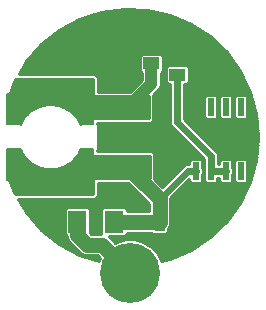
<source format=gtl>
G75*
%MOIN*%
%OFA0B0*%
%FSLAX25Y25*%
%IPPOS*%
%LPD*%
%AMOC8*
5,1,8,0,0,1.08239X$1,22.5*
%
%ADD10C,0.00500*%
%ADD11C,0.00160*%
%ADD12R,0.05000X0.05000*%
%ADD13R,0.05512X0.03937*%
%ADD14R,0.03543X0.06299*%
%ADD15R,0.02165X0.05906*%
%ADD16R,0.06299X0.07480*%
%ADD17C,0.15000*%
%ADD18C,0.20000*%
%ADD19C,0.01000*%
%ADD20R,0.03762X0.03762*%
%ADD21C,0.04000*%
%ADD22C,0.05000*%
%ADD23C,0.02400*%
D10*
X0046130Y0044630D02*
X0046130Y0054866D01*
X0050657Y0054866D01*
X0051020Y0053609D01*
X0051574Y0052424D01*
X0052308Y0051340D01*
X0053201Y0050384D01*
X0054233Y0049580D01*
X0055379Y0048947D01*
X0056609Y0048501D01*
X0057894Y0048253D01*
X0059201Y0048209D01*
X0060500Y0048370D01*
X0061806Y0048162D01*
X0063129Y0048170D01*
X0064432Y0048396D01*
X0065681Y0048832D01*
X0066841Y0049467D01*
X0067881Y0050284D01*
X0068773Y0051261D01*
X0069493Y0052371D01*
X0070021Y0053583D01*
X0070343Y0054866D01*
X0074870Y0054866D01*
X0074870Y0044630D01*
X0046130Y0044630D01*
X0046130Y0044870D02*
X0074870Y0044870D01*
X0074870Y0045369D02*
X0046130Y0045369D01*
X0046130Y0045868D02*
X0074870Y0045868D01*
X0074870Y0046366D02*
X0046130Y0046366D01*
X0046130Y0046865D02*
X0074870Y0046865D01*
X0074870Y0047363D02*
X0046130Y0047363D01*
X0046130Y0047862D02*
X0074870Y0047862D01*
X0074870Y0048360D02*
X0064225Y0048360D01*
X0065729Y0048859D02*
X0074870Y0048859D01*
X0074870Y0049357D02*
X0066639Y0049357D01*
X0067335Y0049856D02*
X0074870Y0049856D01*
X0074870Y0050354D02*
X0067944Y0050354D01*
X0068400Y0050853D02*
X0074870Y0050853D01*
X0074870Y0051351D02*
X0068831Y0051351D01*
X0069155Y0051850D02*
X0074870Y0051850D01*
X0074870Y0052348D02*
X0069478Y0052348D01*
X0069700Y0052847D02*
X0074870Y0052847D01*
X0074870Y0053345D02*
X0069917Y0053345D01*
X0070086Y0053844D02*
X0074870Y0053844D01*
X0074870Y0054342D02*
X0070211Y0054342D01*
X0070336Y0054841D02*
X0074870Y0054841D01*
X0074870Y0063134D02*
X0070343Y0063134D01*
X0069980Y0064391D01*
X0069426Y0065576D01*
X0068692Y0066660D01*
X0067799Y0067616D01*
X0066767Y0068420D01*
X0065621Y0069053D01*
X0064391Y0069499D01*
X0063106Y0069747D01*
X0061799Y0069791D01*
X0060500Y0069630D01*
X0059194Y0069838D01*
X0057871Y0069830D01*
X0056568Y0069604D01*
X0055319Y0069168D01*
X0054159Y0068533D01*
X0053119Y0067716D01*
X0052227Y0066739D01*
X0051507Y0065629D01*
X0050979Y0064417D01*
X0050657Y0063134D01*
X0046130Y0063134D01*
X0046130Y0073370D01*
X0074870Y0073370D01*
X0074870Y0063134D01*
X0074870Y0063315D02*
X0070290Y0063315D01*
X0070147Y0063814D02*
X0074870Y0063814D01*
X0074870Y0064312D02*
X0070003Y0064312D01*
X0069784Y0064811D02*
X0074870Y0064811D01*
X0074870Y0065309D02*
X0069551Y0065309D01*
X0069269Y0065808D02*
X0074870Y0065808D01*
X0074870Y0066306D02*
X0068932Y0066306D01*
X0068557Y0066805D02*
X0074870Y0066805D01*
X0074870Y0067303D02*
X0068091Y0067303D01*
X0067560Y0067802D02*
X0074870Y0067802D01*
X0074870Y0068301D02*
X0066920Y0068301D01*
X0066081Y0068799D02*
X0074870Y0068799D01*
X0074870Y0069298D02*
X0064947Y0069298D01*
X0059459Y0069796D02*
X0074870Y0069796D01*
X0074870Y0070295D02*
X0046130Y0070295D01*
X0046130Y0070793D02*
X0074870Y0070793D01*
X0074870Y0071292D02*
X0046130Y0071292D01*
X0046130Y0071790D02*
X0074870Y0071790D01*
X0074870Y0072289D02*
X0046130Y0072289D01*
X0046130Y0072787D02*
X0074870Y0072787D01*
X0074870Y0073286D02*
X0046130Y0073286D01*
X0046130Y0069796D02*
X0057677Y0069796D01*
X0055691Y0069298D02*
X0046130Y0069298D01*
X0046130Y0068799D02*
X0054646Y0068799D01*
X0053864Y0068301D02*
X0046130Y0068301D01*
X0046130Y0067802D02*
X0053229Y0067802D01*
X0052743Y0067303D02*
X0046130Y0067303D01*
X0046130Y0066805D02*
X0052287Y0066805D01*
X0051947Y0066306D02*
X0046130Y0066306D01*
X0046130Y0065808D02*
X0051623Y0065808D01*
X0051368Y0065309D02*
X0046130Y0065309D01*
X0046130Y0064811D02*
X0051151Y0064811D01*
X0050953Y0064312D02*
X0046130Y0064312D01*
X0046130Y0063814D02*
X0050828Y0063814D01*
X0050703Y0063315D02*
X0046130Y0063315D01*
X0046130Y0054841D02*
X0050665Y0054841D01*
X0050808Y0054342D02*
X0046130Y0054342D01*
X0046130Y0053844D02*
X0050952Y0053844D01*
X0051143Y0053345D02*
X0046130Y0053345D01*
X0046130Y0052847D02*
X0051376Y0052847D01*
X0051625Y0052348D02*
X0046130Y0052348D01*
X0046130Y0051850D02*
X0051963Y0051850D01*
X0052300Y0051351D02*
X0046130Y0051351D01*
X0046130Y0050853D02*
X0052763Y0050853D01*
X0053239Y0050354D02*
X0046130Y0050354D01*
X0046130Y0049856D02*
X0053879Y0049856D01*
X0054636Y0049357D02*
X0046130Y0049357D01*
X0046130Y0048859D02*
X0055622Y0048859D01*
X0057338Y0048360D02*
X0046130Y0048360D01*
X0060419Y0048360D02*
X0060563Y0048360D01*
D11*
X0071604Y0063643D02*
X0070277Y0063085D01*
X0070172Y0063323D01*
X0070060Y0063558D01*
X0069944Y0063790D01*
X0069821Y0064019D01*
X0069693Y0064245D01*
X0069559Y0064468D01*
X0069420Y0064688D01*
X0069276Y0064904D01*
X0069126Y0065117D01*
X0068972Y0065326D01*
X0068812Y0065531D01*
X0068647Y0065732D01*
X0068478Y0065929D01*
X0068304Y0066122D01*
X0068125Y0066310D01*
X0067941Y0066494D01*
X0067753Y0066674D01*
X0067561Y0066849D01*
X0067364Y0067019D01*
X0067164Y0067184D01*
X0066959Y0067345D01*
X0066751Y0067500D01*
X0066539Y0067650D01*
X0066323Y0067796D01*
X0066104Y0067935D01*
X0065882Y0068070D01*
X0065656Y0068198D01*
X0065427Y0068322D01*
X0065195Y0068440D01*
X0064961Y0068552D01*
X0064724Y0068658D01*
X0064484Y0068758D01*
X0064242Y0068853D01*
X0063997Y0068942D01*
X0063751Y0069024D01*
X0063503Y0069101D01*
X0063252Y0069171D01*
X0063001Y0069236D01*
X0062747Y0069294D01*
X0062493Y0069346D01*
X0062237Y0069392D01*
X0061980Y0069432D01*
X0061722Y0069465D01*
X0061463Y0069492D01*
X0061204Y0069513D01*
X0060945Y0069527D01*
X0060685Y0069535D01*
X0060425Y0069537D01*
X0060165Y0069532D01*
X0059906Y0069521D01*
X0059646Y0069504D01*
X0059387Y0069480D01*
X0059129Y0069450D01*
X0058872Y0069414D01*
X0058615Y0069372D01*
X0058360Y0069323D01*
X0058106Y0069268D01*
X0057853Y0069207D01*
X0057602Y0069140D01*
X0057353Y0069066D01*
X0057105Y0068987D01*
X0056860Y0068901D01*
X0056617Y0068810D01*
X0056375Y0068713D01*
X0056137Y0068610D01*
X0055901Y0068501D01*
X0055668Y0068386D01*
X0055437Y0068266D01*
X0055210Y0068140D01*
X0054986Y0068008D01*
X0054765Y0067872D01*
X0054547Y0067729D01*
X0054333Y0067582D01*
X0054123Y0067429D01*
X0053916Y0067272D01*
X0053713Y0067109D01*
X0053515Y0066941D01*
X0053320Y0066769D01*
X0053130Y0066592D01*
X0052944Y0066410D01*
X0052762Y0066224D01*
X0052586Y0066033D01*
X0052413Y0065839D01*
X0052246Y0065640D01*
X0052084Y0065437D01*
X0051926Y0065230D01*
X0051774Y0065019D01*
X0051627Y0064805D01*
X0051485Y0064587D01*
X0051349Y0064366D01*
X0051217Y0064142D01*
X0051092Y0063914D01*
X0050972Y0063683D01*
X0050858Y0063450D01*
X0050749Y0063214D01*
X0050646Y0062975D01*
X0049313Y0063518D01*
X0049429Y0063790D01*
X0049552Y0064058D01*
X0049682Y0064323D01*
X0049818Y0064585D01*
X0049960Y0064844D01*
X0050109Y0065099D01*
X0050264Y0065351D01*
X0050425Y0065598D01*
X0050592Y0065842D01*
X0050765Y0066081D01*
X0050943Y0066316D01*
X0051128Y0066547D01*
X0051318Y0066773D01*
X0051513Y0066994D01*
X0051714Y0067211D01*
X0051920Y0067422D01*
X0052131Y0067629D01*
X0052347Y0067830D01*
X0052568Y0068026D01*
X0052793Y0068217D01*
X0053023Y0068402D01*
X0053258Y0068581D01*
X0053497Y0068754D01*
X0053740Y0068922D01*
X0053987Y0069084D01*
X0054238Y0069239D01*
X0054493Y0069389D01*
X0054751Y0069532D01*
X0055013Y0069669D01*
X0055278Y0069799D01*
X0055546Y0069923D01*
X0055817Y0070040D01*
X0056091Y0070151D01*
X0056367Y0070255D01*
X0056646Y0070352D01*
X0056927Y0070442D01*
X0057210Y0070525D01*
X0057495Y0070602D01*
X0057782Y0070671D01*
X0058071Y0070734D01*
X0058361Y0070789D01*
X0058652Y0070837D01*
X0058945Y0070879D01*
X0059238Y0070913D01*
X0059532Y0070939D01*
X0059827Y0070959D01*
X0060122Y0070972D01*
X0060417Y0070977D01*
X0060712Y0070975D01*
X0061007Y0070966D01*
X0061302Y0070949D01*
X0061597Y0070926D01*
X0061890Y0070895D01*
X0062183Y0070857D01*
X0062475Y0070812D01*
X0062766Y0070760D01*
X0063055Y0070701D01*
X0063343Y0070635D01*
X0063629Y0070561D01*
X0063913Y0070481D01*
X0064195Y0070394D01*
X0064475Y0070300D01*
X0064752Y0070199D01*
X0065027Y0070092D01*
X0065300Y0069978D01*
X0065569Y0069857D01*
X0065836Y0069729D01*
X0066099Y0069596D01*
X0066359Y0069455D01*
X0066615Y0069309D01*
X0066868Y0069156D01*
X0067117Y0068997D01*
X0067362Y0068832D01*
X0067602Y0068662D01*
X0067839Y0068485D01*
X0068071Y0068303D01*
X0068299Y0068115D01*
X0068522Y0067921D01*
X0068740Y0067722D01*
X0068954Y0067518D01*
X0069162Y0067309D01*
X0069365Y0067095D01*
X0069563Y0066875D01*
X0069755Y0066651D01*
X0069942Y0066423D01*
X0070124Y0066190D01*
X0070299Y0065952D01*
X0070469Y0065711D01*
X0070633Y0065465D01*
X0070790Y0065215D01*
X0070942Y0064962D01*
X0071087Y0064705D01*
X0071226Y0064444D01*
X0071359Y0064181D01*
X0071485Y0063914D01*
X0071605Y0063644D01*
X0071465Y0063585D01*
X0071347Y0063852D01*
X0071223Y0064115D01*
X0071092Y0064376D01*
X0070954Y0064633D01*
X0070811Y0064887D01*
X0070661Y0065137D01*
X0070506Y0065384D01*
X0070344Y0065626D01*
X0070176Y0065865D01*
X0070003Y0066099D01*
X0069824Y0066329D01*
X0069639Y0066555D01*
X0069449Y0066776D01*
X0069254Y0066993D01*
X0069053Y0067204D01*
X0068848Y0067411D01*
X0068637Y0067612D01*
X0068421Y0067809D01*
X0068201Y0068000D01*
X0067976Y0068185D01*
X0067747Y0068365D01*
X0067513Y0068540D01*
X0067275Y0068708D01*
X0067033Y0068871D01*
X0066788Y0069028D01*
X0066538Y0069179D01*
X0066285Y0069324D01*
X0066028Y0069462D01*
X0065768Y0069594D01*
X0065505Y0069720D01*
X0065239Y0069839D01*
X0064970Y0069952D01*
X0064699Y0070058D01*
X0064425Y0070158D01*
X0064148Y0070250D01*
X0063870Y0070336D01*
X0063589Y0070416D01*
X0063307Y0070488D01*
X0063023Y0070553D01*
X0062737Y0070612D01*
X0062450Y0070663D01*
X0062162Y0070708D01*
X0061873Y0070745D01*
X0061583Y0070775D01*
X0061292Y0070799D01*
X0061001Y0070815D01*
X0060709Y0070824D01*
X0060418Y0070826D01*
X0060126Y0070821D01*
X0059835Y0070808D01*
X0059544Y0070789D01*
X0059254Y0070762D01*
X0058964Y0070729D01*
X0058675Y0070688D01*
X0058388Y0070640D01*
X0058101Y0070586D01*
X0057816Y0070524D01*
X0057533Y0070456D01*
X0057251Y0070380D01*
X0056972Y0070298D01*
X0056694Y0070209D01*
X0056419Y0070113D01*
X0056146Y0070010D01*
X0055875Y0069901D01*
X0055608Y0069785D01*
X0055343Y0069663D01*
X0055082Y0069534D01*
X0054823Y0069399D01*
X0054568Y0069258D01*
X0054317Y0069110D01*
X0054069Y0068957D01*
X0053825Y0068797D01*
X0053585Y0068632D01*
X0053349Y0068460D01*
X0053117Y0068283D01*
X0052890Y0068101D01*
X0052667Y0067912D01*
X0052449Y0067719D01*
X0052236Y0067520D01*
X0052027Y0067316D01*
X0051824Y0067107D01*
X0051626Y0066894D01*
X0051433Y0066675D01*
X0051245Y0066452D01*
X0051063Y0066224D01*
X0050887Y0065992D01*
X0050716Y0065755D01*
X0050551Y0065515D01*
X0050392Y0065271D01*
X0050239Y0065022D01*
X0050092Y0064770D01*
X0049952Y0064515D01*
X0049817Y0064256D01*
X0049689Y0063994D01*
X0049568Y0063729D01*
X0049452Y0063461D01*
X0049592Y0063404D01*
X0049706Y0063669D01*
X0049826Y0063931D01*
X0049952Y0064189D01*
X0050085Y0064445D01*
X0050224Y0064697D01*
X0050369Y0064945D01*
X0050520Y0065190D01*
X0050677Y0065432D01*
X0050840Y0065669D01*
X0051008Y0065903D01*
X0051183Y0066132D01*
X0051362Y0066357D01*
X0051548Y0066577D01*
X0051738Y0066793D01*
X0051934Y0067004D01*
X0052135Y0067210D01*
X0052340Y0067411D01*
X0052551Y0067608D01*
X0052766Y0067799D01*
X0052986Y0067984D01*
X0053211Y0068165D01*
X0053439Y0068339D01*
X0053672Y0068509D01*
X0053909Y0068672D01*
X0054150Y0068830D01*
X0054395Y0068981D01*
X0054643Y0069127D01*
X0054895Y0069266D01*
X0055150Y0069400D01*
X0055408Y0069527D01*
X0055670Y0069647D01*
X0055934Y0069762D01*
X0056201Y0069869D01*
X0056470Y0069971D01*
X0056742Y0070065D01*
X0057016Y0070153D01*
X0057292Y0070235D01*
X0057571Y0070309D01*
X0057850Y0070377D01*
X0058132Y0070438D01*
X0058414Y0070492D01*
X0058698Y0070539D01*
X0058983Y0070579D01*
X0059269Y0070612D01*
X0059556Y0070638D01*
X0059843Y0070658D01*
X0060131Y0070670D01*
X0060419Y0070675D01*
X0060707Y0070673D01*
X0060994Y0070664D01*
X0061282Y0070648D01*
X0061569Y0070625D01*
X0061855Y0070595D01*
X0062140Y0070558D01*
X0062425Y0070514D01*
X0062708Y0070464D01*
X0062990Y0070406D01*
X0063271Y0070341D01*
X0063550Y0070270D01*
X0063827Y0070192D01*
X0064102Y0070107D01*
X0064375Y0070015D01*
X0064645Y0069917D01*
X0064913Y0069812D01*
X0065179Y0069701D01*
X0065442Y0069583D01*
X0065701Y0069459D01*
X0065958Y0069328D01*
X0066211Y0069192D01*
X0066461Y0069049D01*
X0066708Y0068900D01*
X0066950Y0068745D01*
X0067189Y0068585D01*
X0067424Y0068418D01*
X0067655Y0068246D01*
X0067881Y0068068D01*
X0068103Y0067885D01*
X0068321Y0067696D01*
X0068533Y0067502D01*
X0068741Y0067303D01*
X0068944Y0067099D01*
X0069143Y0066891D01*
X0069335Y0066677D01*
X0069523Y0066459D01*
X0069705Y0066236D01*
X0069882Y0066009D01*
X0070053Y0065777D01*
X0070219Y0065542D01*
X0070378Y0065302D01*
X0070532Y0065059D01*
X0070680Y0064812D01*
X0070822Y0064561D01*
X0070957Y0064307D01*
X0071087Y0064050D01*
X0071210Y0063790D01*
X0071326Y0063527D01*
X0071187Y0063468D01*
X0071072Y0063728D01*
X0070950Y0063985D01*
X0070823Y0064239D01*
X0070689Y0064489D01*
X0070549Y0064737D01*
X0070403Y0064980D01*
X0070251Y0065221D01*
X0070094Y0065457D01*
X0069930Y0065690D01*
X0069761Y0065918D01*
X0069587Y0066142D01*
X0069407Y0066362D01*
X0069222Y0066578D01*
X0069031Y0066789D01*
X0068836Y0066995D01*
X0068635Y0067196D01*
X0068430Y0067392D01*
X0068220Y0067584D01*
X0068005Y0067770D01*
X0067786Y0067951D01*
X0067562Y0068126D01*
X0067335Y0068296D01*
X0067103Y0068461D01*
X0066867Y0068619D01*
X0066627Y0068772D01*
X0066384Y0068919D01*
X0066138Y0069060D01*
X0065887Y0069195D01*
X0065634Y0069324D01*
X0065378Y0069446D01*
X0065118Y0069562D01*
X0064856Y0069672D01*
X0064592Y0069776D01*
X0064325Y0069873D01*
X0064055Y0069963D01*
X0063784Y0070047D01*
X0063510Y0070124D01*
X0063235Y0070195D01*
X0062958Y0070258D01*
X0062680Y0070315D01*
X0062400Y0070365D01*
X0062119Y0070409D01*
X0061837Y0070445D01*
X0061555Y0070475D01*
X0061271Y0070497D01*
X0060988Y0070513D01*
X0060704Y0070522D01*
X0060420Y0070524D01*
X0060135Y0070519D01*
X0059852Y0070507D01*
X0059568Y0070488D01*
X0059285Y0070462D01*
X0059003Y0070429D01*
X0058721Y0070390D01*
X0058441Y0070343D01*
X0058162Y0070290D01*
X0057884Y0070230D01*
X0057608Y0070163D01*
X0057334Y0070089D01*
X0057061Y0070009D01*
X0056790Y0069922D01*
X0056522Y0069829D01*
X0056256Y0069729D01*
X0055993Y0069622D01*
X0055732Y0069510D01*
X0055474Y0069391D01*
X0055219Y0069265D01*
X0054967Y0069134D01*
X0054718Y0068996D01*
X0054473Y0068852D01*
X0054232Y0068702D01*
X0053994Y0068547D01*
X0053760Y0068386D01*
X0053530Y0068219D01*
X0053304Y0068046D01*
X0053083Y0067868D01*
X0052866Y0067685D01*
X0052653Y0067496D01*
X0052445Y0067303D01*
X0052242Y0067104D01*
X0052044Y0066900D01*
X0051850Y0066692D01*
X0051662Y0066479D01*
X0051480Y0066261D01*
X0051302Y0066040D01*
X0051130Y0065813D01*
X0050964Y0065583D01*
X0050803Y0065349D01*
X0050648Y0065110D01*
X0050499Y0064869D01*
X0050356Y0064623D01*
X0050219Y0064374D01*
X0050088Y0064122D01*
X0049963Y0063867D01*
X0049844Y0063609D01*
X0049732Y0063347D01*
X0049872Y0063290D01*
X0049983Y0063548D01*
X0050100Y0063803D01*
X0050223Y0064055D01*
X0050352Y0064304D01*
X0050488Y0064549D01*
X0050629Y0064792D01*
X0050776Y0065030D01*
X0050929Y0065265D01*
X0051088Y0065497D01*
X0051252Y0065724D01*
X0051422Y0065947D01*
X0051597Y0066166D01*
X0051777Y0066381D01*
X0051963Y0066591D01*
X0052154Y0066797D01*
X0052349Y0066998D01*
X0052550Y0067194D01*
X0052755Y0067385D01*
X0052965Y0067571D01*
X0053179Y0067752D01*
X0053398Y0067928D01*
X0053621Y0068098D01*
X0053848Y0068263D01*
X0054079Y0068422D01*
X0054313Y0068575D01*
X0054552Y0068723D01*
X0054794Y0068865D01*
X0055039Y0069001D01*
X0055288Y0069131D01*
X0055539Y0069254D01*
X0055794Y0069372D01*
X0056051Y0069483D01*
X0056311Y0069588D01*
X0056574Y0069687D01*
X0056839Y0069779D01*
X0057106Y0069865D01*
X0057375Y0069944D01*
X0057646Y0070017D01*
X0057918Y0070083D01*
X0058192Y0070142D01*
X0058468Y0070195D01*
X0058744Y0070240D01*
X0059022Y0070280D01*
X0059301Y0070312D01*
X0059580Y0070337D01*
X0059860Y0070356D01*
X0060140Y0070368D01*
X0060420Y0070373D01*
X0060701Y0070371D01*
X0060981Y0070362D01*
X0061261Y0070347D01*
X0061541Y0070324D01*
X0061820Y0070295D01*
X0062098Y0070259D01*
X0062375Y0070217D01*
X0062651Y0070167D01*
X0062926Y0070111D01*
X0063199Y0070048D01*
X0063471Y0069978D01*
X0063741Y0069902D01*
X0064009Y0069819D01*
X0064275Y0069730D01*
X0064538Y0069635D01*
X0064799Y0069532D01*
X0065058Y0069424D01*
X0065314Y0069309D01*
X0065567Y0069188D01*
X0065817Y0069061D01*
X0066064Y0068928D01*
X0066307Y0068789D01*
X0066547Y0068644D01*
X0066784Y0068493D01*
X0067017Y0068337D01*
X0067245Y0068174D01*
X0067470Y0068007D01*
X0067691Y0067834D01*
X0067907Y0067655D01*
X0068119Y0067471D01*
X0068326Y0067283D01*
X0068529Y0067089D01*
X0068727Y0066890D01*
X0068920Y0066687D01*
X0069108Y0066478D01*
X0069291Y0066266D01*
X0069468Y0066049D01*
X0069641Y0065827D01*
X0069807Y0065602D01*
X0069969Y0065372D01*
X0070124Y0065139D01*
X0070274Y0064902D01*
X0070418Y0064661D01*
X0070556Y0064417D01*
X0070688Y0064170D01*
X0070814Y0063919D01*
X0070934Y0063666D01*
X0071048Y0063409D01*
X0070909Y0063351D01*
X0070796Y0063604D01*
X0070678Y0063854D01*
X0070554Y0064101D01*
X0070423Y0064345D01*
X0070287Y0064586D01*
X0070145Y0064824D01*
X0069997Y0065058D01*
X0069843Y0065288D01*
X0069684Y0065514D01*
X0069520Y0065737D01*
X0069350Y0065955D01*
X0069174Y0066169D01*
X0068994Y0066379D01*
X0068809Y0066585D01*
X0068618Y0066785D01*
X0068423Y0066981D01*
X0068223Y0067173D01*
X0068018Y0067359D01*
X0067809Y0067540D01*
X0067596Y0067716D01*
X0067378Y0067887D01*
X0067156Y0068053D01*
X0066930Y0068213D01*
X0066701Y0068367D01*
X0066467Y0068516D01*
X0066230Y0068659D01*
X0065990Y0068796D01*
X0065747Y0068928D01*
X0065500Y0069053D01*
X0065250Y0069172D01*
X0064998Y0069286D01*
X0064742Y0069393D01*
X0064485Y0069493D01*
X0064225Y0069588D01*
X0063962Y0069676D01*
X0063698Y0069757D01*
X0063431Y0069833D01*
X0063163Y0069901D01*
X0062894Y0069963D01*
X0062622Y0070019D01*
X0062350Y0070068D01*
X0062077Y0070110D01*
X0061802Y0070145D01*
X0061527Y0070174D01*
X0061251Y0070196D01*
X0060975Y0070211D01*
X0060698Y0070220D01*
X0060421Y0070222D01*
X0060145Y0070217D01*
X0059868Y0070205D01*
X0059592Y0070187D01*
X0059316Y0070162D01*
X0059041Y0070130D01*
X0058767Y0070091D01*
X0058494Y0070046D01*
X0058223Y0069994D01*
X0057952Y0069936D01*
X0057683Y0069870D01*
X0057416Y0069799D01*
X0057150Y0069721D01*
X0056887Y0069636D01*
X0056625Y0069545D01*
X0056366Y0069448D01*
X0056110Y0069344D01*
X0055856Y0069234D01*
X0055605Y0069118D01*
X0055356Y0068996D01*
X0055111Y0068868D01*
X0054869Y0068734D01*
X0054630Y0068594D01*
X0054395Y0068448D01*
X0054163Y0068297D01*
X0053935Y0068140D01*
X0053711Y0067977D01*
X0053491Y0067809D01*
X0053276Y0067636D01*
X0053064Y0067457D01*
X0052857Y0067274D01*
X0052655Y0067085D01*
X0052457Y0066892D01*
X0052264Y0066693D01*
X0052075Y0066491D01*
X0051892Y0066283D01*
X0051714Y0066071D01*
X0051541Y0065855D01*
X0051374Y0065635D01*
X0051212Y0065410D01*
X0051055Y0065182D01*
X0050904Y0064950D01*
X0050759Y0064715D01*
X0050619Y0064476D01*
X0050486Y0064233D01*
X0050358Y0063988D01*
X0050237Y0063739D01*
X0050121Y0063488D01*
X0050012Y0063234D01*
X0050152Y0063177D01*
X0050260Y0063427D01*
X0050374Y0063675D01*
X0050494Y0063921D01*
X0050619Y0064163D01*
X0050751Y0064402D01*
X0050889Y0064638D01*
X0051032Y0064870D01*
X0051181Y0065099D01*
X0051336Y0065324D01*
X0051496Y0065546D01*
X0051661Y0065763D01*
X0051831Y0065976D01*
X0052007Y0066185D01*
X0052188Y0066390D01*
X0052374Y0066590D01*
X0052564Y0066786D01*
X0052759Y0066976D01*
X0052959Y0067162D01*
X0053163Y0067344D01*
X0053372Y0067520D01*
X0053585Y0067691D01*
X0053802Y0067856D01*
X0054023Y0068017D01*
X0054248Y0068172D01*
X0054476Y0068321D01*
X0054708Y0068465D01*
X0054944Y0068603D01*
X0055183Y0068735D01*
X0055425Y0068862D01*
X0055670Y0068982D01*
X0055918Y0069097D01*
X0056168Y0069205D01*
X0056422Y0069307D01*
X0056677Y0069403D01*
X0056935Y0069493D01*
X0057195Y0069576D01*
X0057457Y0069654D01*
X0057721Y0069724D01*
X0057986Y0069788D01*
X0058253Y0069846D01*
X0058521Y0069897D01*
X0058790Y0069942D01*
X0059061Y0069980D01*
X0059332Y0070011D01*
X0059604Y0070036D01*
X0059876Y0070054D01*
X0060149Y0070066D01*
X0060422Y0070071D01*
X0060695Y0070069D01*
X0060968Y0070061D01*
X0061241Y0070045D01*
X0061513Y0070024D01*
X0061784Y0069995D01*
X0062055Y0069960D01*
X0062325Y0069919D01*
X0062594Y0069871D01*
X0062861Y0069816D01*
X0063127Y0069755D01*
X0063392Y0069687D01*
X0063655Y0069613D01*
X0063916Y0069532D01*
X0064174Y0069445D01*
X0064431Y0069352D01*
X0064685Y0069253D01*
X0064937Y0069147D01*
X0065186Y0069036D01*
X0065433Y0068918D01*
X0065676Y0068794D01*
X0065916Y0068665D01*
X0066154Y0068529D01*
X0066387Y0068388D01*
X0066617Y0068241D01*
X0066844Y0068089D01*
X0067067Y0067931D01*
X0067286Y0067768D01*
X0067500Y0067599D01*
X0067711Y0067425D01*
X0067917Y0067247D01*
X0068119Y0067063D01*
X0068317Y0066874D01*
X0068509Y0066681D01*
X0068697Y0066482D01*
X0068880Y0066280D01*
X0069058Y0066073D01*
X0069231Y0065862D01*
X0069399Y0065646D01*
X0069561Y0065427D01*
X0069718Y0065203D01*
X0069870Y0064976D01*
X0070016Y0064745D01*
X0070156Y0064511D01*
X0070291Y0064273D01*
X0070419Y0064033D01*
X0070542Y0063789D01*
X0070659Y0063542D01*
X0070769Y0063292D01*
X0070630Y0063234D01*
X0070521Y0063480D01*
X0070406Y0063723D01*
X0070285Y0063964D01*
X0070158Y0064202D01*
X0070025Y0064436D01*
X0069887Y0064667D01*
X0069743Y0064895D01*
X0069593Y0065119D01*
X0069438Y0065339D01*
X0069278Y0065556D01*
X0069113Y0065768D01*
X0068942Y0065976D01*
X0068766Y0066181D01*
X0068586Y0066380D01*
X0068401Y0066576D01*
X0068210Y0066767D01*
X0068016Y0066953D01*
X0067817Y0067134D01*
X0067613Y0067310D01*
X0067405Y0067482D01*
X0067193Y0067648D01*
X0066977Y0067809D01*
X0066758Y0067965D01*
X0066534Y0068115D01*
X0066307Y0068260D01*
X0066077Y0068399D01*
X0065843Y0068533D01*
X0065606Y0068661D01*
X0065366Y0068783D01*
X0065123Y0068899D01*
X0064877Y0069009D01*
X0064628Y0069113D01*
X0064378Y0069211D01*
X0064124Y0069303D01*
X0063869Y0069389D01*
X0063612Y0069468D01*
X0063352Y0069541D01*
X0063092Y0069608D01*
X0062829Y0069668D01*
X0062565Y0069722D01*
X0062300Y0069770D01*
X0062034Y0069811D01*
X0061767Y0069845D01*
X0061499Y0069873D01*
X0061230Y0069895D01*
X0060962Y0069910D01*
X0060692Y0069918D01*
X0060423Y0069920D01*
X0060154Y0069915D01*
X0059885Y0069904D01*
X0059616Y0069886D01*
X0059348Y0069861D01*
X0059080Y0069830D01*
X0058813Y0069793D01*
X0058548Y0069749D01*
X0058283Y0069698D01*
X0058020Y0069641D01*
X0057758Y0069578D01*
X0057498Y0069508D01*
X0057240Y0069432D01*
X0056983Y0069350D01*
X0056729Y0069261D01*
X0056477Y0069167D01*
X0056227Y0069066D01*
X0055980Y0068959D01*
X0055735Y0068846D01*
X0055493Y0068727D01*
X0055255Y0068602D01*
X0055019Y0068472D01*
X0054787Y0068336D01*
X0054558Y0068194D01*
X0054332Y0068047D01*
X0054111Y0067894D01*
X0053893Y0067736D01*
X0053679Y0067572D01*
X0053469Y0067404D01*
X0053263Y0067230D01*
X0053061Y0067051D01*
X0052864Y0066868D01*
X0052671Y0066679D01*
X0052484Y0066486D01*
X0052300Y0066289D01*
X0052122Y0066087D01*
X0051949Y0065881D01*
X0051780Y0065671D01*
X0051617Y0065456D01*
X0051460Y0065238D01*
X0051307Y0065016D01*
X0051160Y0064790D01*
X0051019Y0064561D01*
X0050883Y0064328D01*
X0050753Y0064093D01*
X0050629Y0063854D01*
X0050510Y0063612D01*
X0050398Y0063367D01*
X0050291Y0063120D01*
X0050431Y0063063D01*
X0050536Y0063307D01*
X0050647Y0063548D01*
X0050764Y0063786D01*
X0050887Y0064022D01*
X0051015Y0064255D01*
X0051149Y0064484D01*
X0051288Y0064710D01*
X0051433Y0064933D01*
X0051584Y0065152D01*
X0051739Y0065367D01*
X0051900Y0065578D01*
X0052066Y0065786D01*
X0052237Y0065989D01*
X0052413Y0066188D01*
X0052593Y0066383D01*
X0052779Y0066573D01*
X0052969Y0066759D01*
X0053163Y0066940D01*
X0053362Y0067116D01*
X0053565Y0067287D01*
X0053772Y0067454D01*
X0053983Y0067615D01*
X0054198Y0067771D01*
X0054417Y0067922D01*
X0054639Y0068067D01*
X0054865Y0068207D01*
X0055094Y0068341D01*
X0055327Y0068470D01*
X0055562Y0068593D01*
X0055801Y0068710D01*
X0056042Y0068821D01*
X0056285Y0068927D01*
X0056532Y0069026D01*
X0056780Y0069119D01*
X0057031Y0069207D01*
X0057284Y0069288D01*
X0057539Y0069363D01*
X0057796Y0069432D01*
X0058054Y0069494D01*
X0058313Y0069550D01*
X0058574Y0069600D01*
X0058836Y0069643D01*
X0059099Y0069680D01*
X0059363Y0069711D01*
X0059628Y0069735D01*
X0059893Y0069753D01*
X0060158Y0069764D01*
X0060424Y0069769D01*
X0060689Y0069767D01*
X0060955Y0069759D01*
X0061220Y0069744D01*
X0061485Y0069723D01*
X0061749Y0069695D01*
X0062013Y0069661D01*
X0062275Y0069621D01*
X0062537Y0069574D01*
X0062797Y0069521D01*
X0063056Y0069461D01*
X0063313Y0069395D01*
X0063569Y0069323D01*
X0063822Y0069245D01*
X0064074Y0069160D01*
X0064324Y0069070D01*
X0064571Y0068973D01*
X0064816Y0068870D01*
X0065059Y0068762D01*
X0065298Y0068647D01*
X0065535Y0068527D01*
X0065769Y0068401D01*
X0066000Y0068269D01*
X0066227Y0068132D01*
X0066451Y0067989D01*
X0066671Y0067841D01*
X0066888Y0067687D01*
X0067101Y0067529D01*
X0067310Y0067365D01*
X0067515Y0067196D01*
X0067716Y0067022D01*
X0067912Y0066843D01*
X0068104Y0066659D01*
X0068292Y0066471D01*
X0068475Y0066278D01*
X0068653Y0066081D01*
X0068826Y0065880D01*
X0068994Y0065674D01*
X0069157Y0065465D01*
X0069315Y0065251D01*
X0069468Y0065034D01*
X0069616Y0064813D01*
X0069758Y0064589D01*
X0069894Y0064361D01*
X0070025Y0064130D01*
X0070150Y0063895D01*
X0070270Y0063658D01*
X0070383Y0063418D01*
X0070491Y0063175D01*
X0070352Y0063117D01*
X0070246Y0063356D01*
X0070134Y0063593D01*
X0070016Y0063827D01*
X0069892Y0064058D01*
X0069763Y0064286D01*
X0069629Y0064510D01*
X0069488Y0064732D01*
X0069343Y0064950D01*
X0069192Y0065164D01*
X0069037Y0065374D01*
X0068876Y0065581D01*
X0068710Y0065784D01*
X0068539Y0065982D01*
X0068363Y0066176D01*
X0068183Y0066366D01*
X0067998Y0066552D01*
X0067809Y0066733D01*
X0067615Y0066909D01*
X0067417Y0067081D01*
X0067215Y0067247D01*
X0067009Y0067409D01*
X0066799Y0067566D01*
X0066585Y0067717D01*
X0066368Y0067863D01*
X0066147Y0068004D01*
X0065923Y0068139D01*
X0065695Y0068269D01*
X0065465Y0068393D01*
X0065231Y0068512D01*
X0064995Y0068625D01*
X0064756Y0068732D01*
X0064514Y0068833D01*
X0064270Y0068929D01*
X0064024Y0069018D01*
X0063776Y0069101D01*
X0063526Y0069179D01*
X0063274Y0069250D01*
X0063020Y0069315D01*
X0062765Y0069373D01*
X0062508Y0069426D01*
X0062250Y0069472D01*
X0061991Y0069512D01*
X0061731Y0069545D01*
X0061471Y0069573D01*
X0061210Y0069594D01*
X0060948Y0069608D01*
X0060687Y0069616D01*
X0060425Y0069618D01*
X0060163Y0069613D01*
X0059901Y0069602D01*
X0059640Y0069585D01*
X0059379Y0069561D01*
X0059119Y0069531D01*
X0058859Y0069494D01*
X0058601Y0069451D01*
X0058344Y0069402D01*
X0058088Y0069347D01*
X0057833Y0069285D01*
X0057580Y0069218D01*
X0057329Y0069144D01*
X0057079Y0069064D01*
X0056832Y0068978D01*
X0056587Y0068885D01*
X0056344Y0068787D01*
X0056104Y0068683D01*
X0055866Y0068574D01*
X0055631Y0068458D01*
X0055399Y0068337D01*
X0055169Y0068210D01*
X0054944Y0068078D01*
X0054721Y0067940D01*
X0054502Y0067796D01*
X0054286Y0067648D01*
X0054074Y0067494D01*
X0053866Y0067335D01*
X0053661Y0067171D01*
X0053461Y0067002D01*
X0053265Y0066829D01*
X0053074Y0066650D01*
X0052886Y0066467D01*
X0052703Y0066279D01*
X0052525Y0066087D01*
X0052352Y0065891D01*
X0052183Y0065691D01*
X0052020Y0065486D01*
X0051861Y0065278D01*
X0051708Y0065066D01*
X0051559Y0064850D01*
X0051416Y0064630D01*
X0051279Y0064407D01*
X0051147Y0064181D01*
X0051020Y0063952D01*
X0050899Y0063719D01*
X0050784Y0063484D01*
X0050675Y0063246D01*
X0050571Y0063006D01*
X0049396Y0054357D02*
X0050723Y0054915D01*
X0050828Y0054677D01*
X0050940Y0054442D01*
X0051056Y0054210D01*
X0051179Y0053981D01*
X0051307Y0053755D01*
X0051441Y0053532D01*
X0051580Y0053312D01*
X0051724Y0053096D01*
X0051874Y0052883D01*
X0052028Y0052674D01*
X0052188Y0052469D01*
X0052353Y0052268D01*
X0052522Y0052071D01*
X0052696Y0051878D01*
X0052875Y0051690D01*
X0053059Y0051506D01*
X0053247Y0051326D01*
X0053439Y0051151D01*
X0053636Y0050981D01*
X0053836Y0050816D01*
X0054041Y0050655D01*
X0054249Y0050500D01*
X0054461Y0050350D01*
X0054677Y0050204D01*
X0054896Y0050065D01*
X0055118Y0049930D01*
X0055344Y0049802D01*
X0055573Y0049678D01*
X0055805Y0049560D01*
X0056039Y0049448D01*
X0056276Y0049342D01*
X0056516Y0049242D01*
X0056758Y0049147D01*
X0057003Y0049058D01*
X0057249Y0048976D01*
X0057497Y0048899D01*
X0057748Y0048829D01*
X0057999Y0048764D01*
X0058253Y0048706D01*
X0058507Y0048654D01*
X0058763Y0048608D01*
X0059020Y0048568D01*
X0059278Y0048535D01*
X0059537Y0048508D01*
X0059796Y0048487D01*
X0060055Y0048473D01*
X0060315Y0048465D01*
X0060575Y0048463D01*
X0060835Y0048468D01*
X0061094Y0048479D01*
X0061354Y0048496D01*
X0061613Y0048520D01*
X0061871Y0048550D01*
X0062128Y0048586D01*
X0062385Y0048628D01*
X0062640Y0048677D01*
X0062894Y0048732D01*
X0063147Y0048793D01*
X0063398Y0048860D01*
X0063647Y0048934D01*
X0063895Y0049013D01*
X0064140Y0049099D01*
X0064383Y0049190D01*
X0064625Y0049287D01*
X0064863Y0049390D01*
X0065099Y0049499D01*
X0065332Y0049614D01*
X0065563Y0049734D01*
X0065790Y0049860D01*
X0066014Y0049992D01*
X0066235Y0050128D01*
X0066453Y0050271D01*
X0066667Y0050418D01*
X0066877Y0050571D01*
X0067084Y0050728D01*
X0067287Y0050891D01*
X0067485Y0051059D01*
X0067680Y0051231D01*
X0067870Y0051408D01*
X0068056Y0051590D01*
X0068238Y0051776D01*
X0068414Y0051967D01*
X0068587Y0052161D01*
X0068754Y0052360D01*
X0068916Y0052563D01*
X0069074Y0052770D01*
X0069226Y0052981D01*
X0069373Y0053195D01*
X0069515Y0053413D01*
X0069651Y0053634D01*
X0069783Y0053858D01*
X0069908Y0054086D01*
X0070028Y0054317D01*
X0070142Y0054550D01*
X0070251Y0054786D01*
X0070354Y0055025D01*
X0071687Y0054482D01*
X0071571Y0054210D01*
X0071448Y0053942D01*
X0071318Y0053677D01*
X0071182Y0053415D01*
X0071040Y0053156D01*
X0070891Y0052901D01*
X0070736Y0052649D01*
X0070575Y0052402D01*
X0070408Y0052158D01*
X0070235Y0051919D01*
X0070057Y0051684D01*
X0069872Y0051453D01*
X0069682Y0051227D01*
X0069487Y0051006D01*
X0069286Y0050789D01*
X0069080Y0050578D01*
X0068869Y0050371D01*
X0068653Y0050170D01*
X0068432Y0049974D01*
X0068207Y0049783D01*
X0067977Y0049598D01*
X0067742Y0049419D01*
X0067503Y0049246D01*
X0067260Y0049078D01*
X0067013Y0048916D01*
X0066762Y0048761D01*
X0066507Y0048611D01*
X0066249Y0048468D01*
X0065987Y0048331D01*
X0065722Y0048201D01*
X0065454Y0048077D01*
X0065183Y0047960D01*
X0064909Y0047849D01*
X0064633Y0047745D01*
X0064354Y0047648D01*
X0064073Y0047558D01*
X0063790Y0047475D01*
X0063505Y0047398D01*
X0063218Y0047329D01*
X0062929Y0047266D01*
X0062639Y0047211D01*
X0062348Y0047163D01*
X0062055Y0047121D01*
X0061762Y0047087D01*
X0061468Y0047061D01*
X0061173Y0047041D01*
X0060878Y0047028D01*
X0060583Y0047023D01*
X0060288Y0047025D01*
X0059993Y0047034D01*
X0059698Y0047051D01*
X0059403Y0047074D01*
X0059110Y0047105D01*
X0058817Y0047143D01*
X0058525Y0047188D01*
X0058234Y0047240D01*
X0057945Y0047299D01*
X0057657Y0047365D01*
X0057371Y0047439D01*
X0057087Y0047519D01*
X0056805Y0047606D01*
X0056525Y0047700D01*
X0056248Y0047801D01*
X0055973Y0047908D01*
X0055700Y0048022D01*
X0055431Y0048143D01*
X0055164Y0048271D01*
X0054901Y0048404D01*
X0054641Y0048545D01*
X0054385Y0048691D01*
X0054132Y0048844D01*
X0053883Y0049003D01*
X0053638Y0049168D01*
X0053398Y0049338D01*
X0053161Y0049515D01*
X0052929Y0049697D01*
X0052701Y0049885D01*
X0052478Y0050079D01*
X0052260Y0050278D01*
X0052046Y0050482D01*
X0051838Y0050691D01*
X0051635Y0050905D01*
X0051437Y0051125D01*
X0051245Y0051349D01*
X0051058Y0051577D01*
X0050876Y0051810D01*
X0050701Y0052048D01*
X0050531Y0052289D01*
X0050367Y0052535D01*
X0050210Y0052785D01*
X0050058Y0053038D01*
X0049913Y0053295D01*
X0049774Y0053556D01*
X0049641Y0053819D01*
X0049515Y0054086D01*
X0049395Y0054356D01*
X0049535Y0054415D01*
X0049653Y0054148D01*
X0049777Y0053885D01*
X0049908Y0053624D01*
X0050046Y0053367D01*
X0050189Y0053113D01*
X0050339Y0052863D01*
X0050494Y0052616D01*
X0050656Y0052374D01*
X0050824Y0052135D01*
X0050997Y0051901D01*
X0051176Y0051671D01*
X0051361Y0051445D01*
X0051551Y0051224D01*
X0051746Y0051007D01*
X0051947Y0050796D01*
X0052152Y0050589D01*
X0052363Y0050388D01*
X0052579Y0050191D01*
X0052799Y0050000D01*
X0053024Y0049815D01*
X0053253Y0049635D01*
X0053487Y0049460D01*
X0053725Y0049292D01*
X0053967Y0049129D01*
X0054212Y0048972D01*
X0054462Y0048821D01*
X0054715Y0048676D01*
X0054972Y0048538D01*
X0055232Y0048406D01*
X0055495Y0048280D01*
X0055761Y0048161D01*
X0056030Y0048048D01*
X0056301Y0047942D01*
X0056575Y0047842D01*
X0056852Y0047750D01*
X0057130Y0047664D01*
X0057411Y0047584D01*
X0057693Y0047512D01*
X0057977Y0047447D01*
X0058263Y0047388D01*
X0058550Y0047337D01*
X0058838Y0047292D01*
X0059127Y0047255D01*
X0059417Y0047225D01*
X0059708Y0047201D01*
X0059999Y0047185D01*
X0060291Y0047176D01*
X0060582Y0047174D01*
X0060874Y0047179D01*
X0061165Y0047192D01*
X0061456Y0047211D01*
X0061746Y0047238D01*
X0062036Y0047271D01*
X0062325Y0047312D01*
X0062612Y0047360D01*
X0062899Y0047414D01*
X0063184Y0047476D01*
X0063467Y0047544D01*
X0063749Y0047620D01*
X0064028Y0047702D01*
X0064306Y0047791D01*
X0064581Y0047887D01*
X0064854Y0047990D01*
X0065125Y0048099D01*
X0065392Y0048215D01*
X0065657Y0048337D01*
X0065918Y0048466D01*
X0066177Y0048601D01*
X0066432Y0048742D01*
X0066683Y0048890D01*
X0066931Y0049043D01*
X0067175Y0049203D01*
X0067415Y0049368D01*
X0067651Y0049540D01*
X0067883Y0049717D01*
X0068110Y0049899D01*
X0068333Y0050088D01*
X0068551Y0050281D01*
X0068764Y0050480D01*
X0068973Y0050684D01*
X0069176Y0050893D01*
X0069374Y0051106D01*
X0069567Y0051325D01*
X0069755Y0051548D01*
X0069937Y0051776D01*
X0070113Y0052008D01*
X0070284Y0052245D01*
X0070449Y0052485D01*
X0070608Y0052729D01*
X0070761Y0052978D01*
X0070908Y0053230D01*
X0071048Y0053485D01*
X0071183Y0053744D01*
X0071311Y0054006D01*
X0071432Y0054271D01*
X0071548Y0054539D01*
X0071408Y0054596D01*
X0071294Y0054331D01*
X0071174Y0054069D01*
X0071048Y0053811D01*
X0070915Y0053555D01*
X0070776Y0053303D01*
X0070631Y0053055D01*
X0070480Y0052810D01*
X0070323Y0052568D01*
X0070160Y0052331D01*
X0069992Y0052097D01*
X0069817Y0051868D01*
X0069638Y0051643D01*
X0069452Y0051423D01*
X0069262Y0051207D01*
X0069066Y0050996D01*
X0068865Y0050790D01*
X0068660Y0050589D01*
X0068449Y0050392D01*
X0068234Y0050201D01*
X0068014Y0050016D01*
X0067789Y0049835D01*
X0067561Y0049661D01*
X0067328Y0049491D01*
X0067091Y0049328D01*
X0066850Y0049170D01*
X0066605Y0049019D01*
X0066357Y0048873D01*
X0066105Y0048734D01*
X0065850Y0048600D01*
X0065592Y0048473D01*
X0065330Y0048353D01*
X0065066Y0048238D01*
X0064799Y0048131D01*
X0064530Y0048029D01*
X0064258Y0047935D01*
X0063984Y0047847D01*
X0063708Y0047765D01*
X0063429Y0047691D01*
X0063150Y0047623D01*
X0062868Y0047562D01*
X0062586Y0047508D01*
X0062302Y0047461D01*
X0062017Y0047421D01*
X0061731Y0047388D01*
X0061444Y0047362D01*
X0061157Y0047342D01*
X0060869Y0047330D01*
X0060581Y0047325D01*
X0060293Y0047327D01*
X0060006Y0047336D01*
X0059718Y0047352D01*
X0059431Y0047375D01*
X0059145Y0047405D01*
X0058860Y0047442D01*
X0058575Y0047486D01*
X0058292Y0047536D01*
X0058010Y0047594D01*
X0057729Y0047659D01*
X0057450Y0047730D01*
X0057173Y0047808D01*
X0056898Y0047893D01*
X0056625Y0047985D01*
X0056355Y0048083D01*
X0056087Y0048188D01*
X0055821Y0048299D01*
X0055558Y0048417D01*
X0055299Y0048541D01*
X0055042Y0048672D01*
X0054789Y0048808D01*
X0054539Y0048951D01*
X0054292Y0049100D01*
X0054050Y0049255D01*
X0053811Y0049415D01*
X0053576Y0049582D01*
X0053345Y0049754D01*
X0053119Y0049932D01*
X0052897Y0050115D01*
X0052679Y0050304D01*
X0052467Y0050498D01*
X0052259Y0050697D01*
X0052056Y0050901D01*
X0051857Y0051109D01*
X0051665Y0051323D01*
X0051477Y0051541D01*
X0051295Y0051764D01*
X0051118Y0051991D01*
X0050947Y0052223D01*
X0050781Y0052458D01*
X0050622Y0052698D01*
X0050468Y0052941D01*
X0050320Y0053188D01*
X0050178Y0053439D01*
X0050043Y0053693D01*
X0049913Y0053950D01*
X0049790Y0054210D01*
X0049674Y0054473D01*
X0049813Y0054532D01*
X0049928Y0054272D01*
X0050050Y0054015D01*
X0050177Y0053761D01*
X0050311Y0053511D01*
X0050451Y0053263D01*
X0050597Y0053020D01*
X0050749Y0052779D01*
X0050906Y0052543D01*
X0051070Y0052310D01*
X0051239Y0052082D01*
X0051413Y0051858D01*
X0051593Y0051638D01*
X0051778Y0051422D01*
X0051969Y0051211D01*
X0052164Y0051005D01*
X0052365Y0050804D01*
X0052570Y0050608D01*
X0052780Y0050416D01*
X0052995Y0050230D01*
X0053214Y0050049D01*
X0053438Y0049874D01*
X0053665Y0049704D01*
X0053897Y0049539D01*
X0054133Y0049381D01*
X0054373Y0049228D01*
X0054616Y0049081D01*
X0054862Y0048940D01*
X0055113Y0048805D01*
X0055366Y0048676D01*
X0055622Y0048554D01*
X0055882Y0048438D01*
X0056144Y0048328D01*
X0056408Y0048224D01*
X0056675Y0048127D01*
X0056945Y0048037D01*
X0057216Y0047953D01*
X0057490Y0047876D01*
X0057765Y0047805D01*
X0058042Y0047742D01*
X0058320Y0047685D01*
X0058600Y0047635D01*
X0058881Y0047591D01*
X0059163Y0047555D01*
X0059445Y0047525D01*
X0059729Y0047503D01*
X0060012Y0047487D01*
X0060296Y0047478D01*
X0060580Y0047476D01*
X0060865Y0047481D01*
X0061148Y0047493D01*
X0061432Y0047512D01*
X0061715Y0047538D01*
X0061997Y0047571D01*
X0062279Y0047610D01*
X0062559Y0047657D01*
X0062838Y0047710D01*
X0063116Y0047770D01*
X0063392Y0047837D01*
X0063666Y0047911D01*
X0063939Y0047991D01*
X0064210Y0048078D01*
X0064478Y0048171D01*
X0064744Y0048271D01*
X0065007Y0048378D01*
X0065268Y0048490D01*
X0065526Y0048609D01*
X0065781Y0048735D01*
X0066033Y0048866D01*
X0066282Y0049004D01*
X0066527Y0049148D01*
X0066768Y0049298D01*
X0067006Y0049453D01*
X0067240Y0049614D01*
X0067470Y0049781D01*
X0067696Y0049954D01*
X0067917Y0050132D01*
X0068134Y0050315D01*
X0068347Y0050504D01*
X0068555Y0050697D01*
X0068758Y0050896D01*
X0068956Y0051100D01*
X0069150Y0051308D01*
X0069338Y0051521D01*
X0069520Y0051739D01*
X0069698Y0051960D01*
X0069870Y0052187D01*
X0070036Y0052417D01*
X0070197Y0052651D01*
X0070352Y0052890D01*
X0070501Y0053131D01*
X0070644Y0053377D01*
X0070781Y0053626D01*
X0070912Y0053878D01*
X0071037Y0054133D01*
X0071156Y0054391D01*
X0071268Y0054653D01*
X0071128Y0054710D01*
X0071017Y0054452D01*
X0070900Y0054197D01*
X0070777Y0053945D01*
X0070648Y0053696D01*
X0070512Y0053451D01*
X0070371Y0053208D01*
X0070224Y0052970D01*
X0070071Y0052735D01*
X0069912Y0052503D01*
X0069748Y0052276D01*
X0069578Y0052053D01*
X0069403Y0051834D01*
X0069223Y0051619D01*
X0069037Y0051409D01*
X0068846Y0051203D01*
X0068651Y0051002D01*
X0068450Y0050806D01*
X0068245Y0050615D01*
X0068035Y0050429D01*
X0067821Y0050248D01*
X0067602Y0050072D01*
X0067379Y0049902D01*
X0067152Y0049737D01*
X0066921Y0049578D01*
X0066687Y0049425D01*
X0066448Y0049277D01*
X0066206Y0049135D01*
X0065961Y0048999D01*
X0065712Y0048869D01*
X0065461Y0048746D01*
X0065206Y0048628D01*
X0064949Y0048517D01*
X0064689Y0048412D01*
X0064426Y0048313D01*
X0064161Y0048221D01*
X0063894Y0048135D01*
X0063625Y0048056D01*
X0063354Y0047983D01*
X0063082Y0047917D01*
X0062808Y0047858D01*
X0062532Y0047805D01*
X0062256Y0047760D01*
X0061978Y0047720D01*
X0061699Y0047688D01*
X0061420Y0047663D01*
X0061140Y0047644D01*
X0060860Y0047632D01*
X0060580Y0047627D01*
X0060299Y0047629D01*
X0060019Y0047638D01*
X0059739Y0047653D01*
X0059459Y0047676D01*
X0059180Y0047705D01*
X0058902Y0047741D01*
X0058625Y0047783D01*
X0058349Y0047833D01*
X0058074Y0047889D01*
X0057801Y0047952D01*
X0057529Y0048022D01*
X0057259Y0048098D01*
X0056991Y0048181D01*
X0056725Y0048270D01*
X0056462Y0048365D01*
X0056201Y0048468D01*
X0055942Y0048576D01*
X0055686Y0048691D01*
X0055433Y0048812D01*
X0055183Y0048939D01*
X0054936Y0049072D01*
X0054693Y0049211D01*
X0054453Y0049356D01*
X0054216Y0049507D01*
X0053983Y0049663D01*
X0053755Y0049826D01*
X0053530Y0049993D01*
X0053309Y0050166D01*
X0053093Y0050345D01*
X0052881Y0050529D01*
X0052674Y0050717D01*
X0052471Y0050911D01*
X0052273Y0051110D01*
X0052080Y0051313D01*
X0051892Y0051522D01*
X0051709Y0051734D01*
X0051532Y0051951D01*
X0051359Y0052173D01*
X0051193Y0052398D01*
X0051031Y0052628D01*
X0050876Y0052861D01*
X0050726Y0053098D01*
X0050582Y0053339D01*
X0050444Y0053583D01*
X0050312Y0053830D01*
X0050186Y0054081D01*
X0050066Y0054334D01*
X0049952Y0054591D01*
X0050091Y0054649D01*
X0050204Y0054396D01*
X0050322Y0054146D01*
X0050446Y0053899D01*
X0050577Y0053655D01*
X0050713Y0053414D01*
X0050855Y0053176D01*
X0051003Y0052942D01*
X0051157Y0052712D01*
X0051316Y0052486D01*
X0051480Y0052263D01*
X0051650Y0052045D01*
X0051826Y0051831D01*
X0052006Y0051621D01*
X0052191Y0051415D01*
X0052382Y0051215D01*
X0052577Y0051019D01*
X0052777Y0050827D01*
X0052982Y0050641D01*
X0053191Y0050460D01*
X0053404Y0050284D01*
X0053622Y0050113D01*
X0053844Y0049947D01*
X0054070Y0049787D01*
X0054299Y0049633D01*
X0054533Y0049484D01*
X0054770Y0049341D01*
X0055010Y0049204D01*
X0055253Y0049072D01*
X0055500Y0048947D01*
X0055750Y0048828D01*
X0056002Y0048714D01*
X0056258Y0048607D01*
X0056515Y0048507D01*
X0056775Y0048412D01*
X0057038Y0048324D01*
X0057302Y0048243D01*
X0057569Y0048167D01*
X0057837Y0048099D01*
X0058106Y0048037D01*
X0058378Y0047981D01*
X0058650Y0047932D01*
X0058923Y0047890D01*
X0059198Y0047855D01*
X0059473Y0047826D01*
X0059749Y0047804D01*
X0060025Y0047789D01*
X0060302Y0047780D01*
X0060579Y0047778D01*
X0060855Y0047783D01*
X0061132Y0047795D01*
X0061408Y0047813D01*
X0061684Y0047838D01*
X0061959Y0047870D01*
X0062233Y0047909D01*
X0062506Y0047954D01*
X0062777Y0048006D01*
X0063048Y0048064D01*
X0063317Y0048130D01*
X0063584Y0048201D01*
X0063850Y0048279D01*
X0064113Y0048364D01*
X0064375Y0048455D01*
X0064634Y0048552D01*
X0064890Y0048656D01*
X0065144Y0048766D01*
X0065395Y0048882D01*
X0065644Y0049004D01*
X0065889Y0049132D01*
X0066131Y0049266D01*
X0066370Y0049406D01*
X0066605Y0049552D01*
X0066837Y0049703D01*
X0067065Y0049860D01*
X0067289Y0050023D01*
X0067509Y0050191D01*
X0067724Y0050364D01*
X0067936Y0050543D01*
X0068143Y0050726D01*
X0068345Y0050915D01*
X0068543Y0051108D01*
X0068736Y0051307D01*
X0068925Y0051509D01*
X0069108Y0051717D01*
X0069286Y0051929D01*
X0069459Y0052145D01*
X0069626Y0052365D01*
X0069788Y0052590D01*
X0069945Y0052818D01*
X0070096Y0053050D01*
X0070241Y0053285D01*
X0070381Y0053524D01*
X0070514Y0053767D01*
X0070642Y0054012D01*
X0070763Y0054261D01*
X0070879Y0054512D01*
X0070988Y0054766D01*
X0070848Y0054823D01*
X0070740Y0054573D01*
X0070626Y0054325D01*
X0070506Y0054079D01*
X0070381Y0053837D01*
X0070249Y0053598D01*
X0070111Y0053362D01*
X0069968Y0053130D01*
X0069819Y0052901D01*
X0069664Y0052676D01*
X0069504Y0052454D01*
X0069339Y0052237D01*
X0069169Y0052024D01*
X0068993Y0051815D01*
X0068812Y0051610D01*
X0068626Y0051410D01*
X0068436Y0051214D01*
X0068241Y0051024D01*
X0068041Y0050838D01*
X0067837Y0050656D01*
X0067628Y0050480D01*
X0067415Y0050309D01*
X0067198Y0050144D01*
X0066977Y0049983D01*
X0066752Y0049828D01*
X0066524Y0049679D01*
X0066292Y0049535D01*
X0066056Y0049397D01*
X0065817Y0049265D01*
X0065575Y0049138D01*
X0065330Y0049018D01*
X0065082Y0048903D01*
X0064832Y0048795D01*
X0064578Y0048693D01*
X0064323Y0048597D01*
X0064065Y0048507D01*
X0063805Y0048424D01*
X0063543Y0048346D01*
X0063279Y0048276D01*
X0063014Y0048212D01*
X0062747Y0048154D01*
X0062479Y0048103D01*
X0062210Y0048058D01*
X0061939Y0048020D01*
X0061668Y0047989D01*
X0061396Y0047964D01*
X0061124Y0047946D01*
X0060851Y0047934D01*
X0060578Y0047929D01*
X0060305Y0047931D01*
X0060032Y0047939D01*
X0059759Y0047955D01*
X0059487Y0047976D01*
X0059216Y0048005D01*
X0058945Y0048040D01*
X0058675Y0048081D01*
X0058406Y0048129D01*
X0058139Y0048184D01*
X0057873Y0048245D01*
X0057608Y0048313D01*
X0057345Y0048387D01*
X0057084Y0048468D01*
X0056826Y0048555D01*
X0056569Y0048648D01*
X0056315Y0048747D01*
X0056063Y0048853D01*
X0055814Y0048964D01*
X0055567Y0049082D01*
X0055324Y0049206D01*
X0055084Y0049335D01*
X0054846Y0049471D01*
X0054613Y0049612D01*
X0054383Y0049759D01*
X0054156Y0049911D01*
X0053933Y0050069D01*
X0053714Y0050232D01*
X0053500Y0050401D01*
X0053289Y0050575D01*
X0053083Y0050753D01*
X0052881Y0050937D01*
X0052683Y0051126D01*
X0052491Y0051319D01*
X0052303Y0051518D01*
X0052120Y0051720D01*
X0051942Y0051927D01*
X0051769Y0052138D01*
X0051601Y0052354D01*
X0051439Y0052573D01*
X0051282Y0052797D01*
X0051130Y0053024D01*
X0050984Y0053255D01*
X0050844Y0053489D01*
X0050709Y0053727D01*
X0050581Y0053967D01*
X0050458Y0054211D01*
X0050341Y0054458D01*
X0050231Y0054708D01*
X0050370Y0054766D01*
X0050479Y0054520D01*
X0050594Y0054277D01*
X0050715Y0054036D01*
X0050842Y0053798D01*
X0050975Y0053564D01*
X0051113Y0053333D01*
X0051257Y0053105D01*
X0051407Y0052881D01*
X0051562Y0052661D01*
X0051722Y0052444D01*
X0051887Y0052232D01*
X0052058Y0052024D01*
X0052234Y0051819D01*
X0052414Y0051620D01*
X0052599Y0051424D01*
X0052790Y0051233D01*
X0052984Y0051047D01*
X0053183Y0050866D01*
X0053387Y0050690D01*
X0053595Y0050518D01*
X0053807Y0050352D01*
X0054023Y0050191D01*
X0054242Y0050035D01*
X0054466Y0049885D01*
X0054693Y0049740D01*
X0054923Y0049601D01*
X0055157Y0049467D01*
X0055394Y0049339D01*
X0055634Y0049217D01*
X0055877Y0049101D01*
X0056123Y0048991D01*
X0056372Y0048887D01*
X0056622Y0048789D01*
X0056876Y0048697D01*
X0057131Y0048611D01*
X0057388Y0048532D01*
X0057648Y0048459D01*
X0057908Y0048392D01*
X0058171Y0048332D01*
X0058435Y0048278D01*
X0058700Y0048230D01*
X0058966Y0048189D01*
X0059233Y0048155D01*
X0059501Y0048127D01*
X0059770Y0048105D01*
X0060038Y0048090D01*
X0060308Y0048082D01*
X0060577Y0048080D01*
X0060846Y0048085D01*
X0061115Y0048096D01*
X0061384Y0048114D01*
X0061652Y0048139D01*
X0061920Y0048170D01*
X0062187Y0048207D01*
X0062452Y0048251D01*
X0062717Y0048302D01*
X0062980Y0048359D01*
X0063242Y0048422D01*
X0063502Y0048492D01*
X0063760Y0048568D01*
X0064017Y0048650D01*
X0064271Y0048739D01*
X0064523Y0048833D01*
X0064773Y0048934D01*
X0065020Y0049041D01*
X0065265Y0049154D01*
X0065507Y0049273D01*
X0065745Y0049398D01*
X0065981Y0049528D01*
X0066213Y0049664D01*
X0066442Y0049806D01*
X0066668Y0049953D01*
X0066889Y0050106D01*
X0067107Y0050264D01*
X0067321Y0050428D01*
X0067531Y0050596D01*
X0067737Y0050770D01*
X0067939Y0050949D01*
X0068136Y0051132D01*
X0068329Y0051321D01*
X0068516Y0051514D01*
X0068700Y0051711D01*
X0068878Y0051913D01*
X0069051Y0052119D01*
X0069220Y0052329D01*
X0069383Y0052544D01*
X0069540Y0052762D01*
X0069693Y0052984D01*
X0069840Y0053210D01*
X0069981Y0053439D01*
X0070117Y0053672D01*
X0070247Y0053907D01*
X0070371Y0054146D01*
X0070490Y0054388D01*
X0070602Y0054633D01*
X0070709Y0054880D01*
X0070569Y0054937D01*
X0070464Y0054693D01*
X0070353Y0054452D01*
X0070236Y0054214D01*
X0070113Y0053978D01*
X0069985Y0053745D01*
X0069851Y0053516D01*
X0069712Y0053290D01*
X0069567Y0053067D01*
X0069416Y0052848D01*
X0069261Y0052633D01*
X0069100Y0052422D01*
X0068934Y0052214D01*
X0068763Y0052011D01*
X0068587Y0051812D01*
X0068407Y0051617D01*
X0068221Y0051427D01*
X0068031Y0051241D01*
X0067837Y0051060D01*
X0067638Y0050884D01*
X0067435Y0050713D01*
X0067228Y0050546D01*
X0067017Y0050385D01*
X0066802Y0050229D01*
X0066583Y0050078D01*
X0066361Y0049933D01*
X0066135Y0049793D01*
X0065906Y0049659D01*
X0065673Y0049530D01*
X0065438Y0049407D01*
X0065199Y0049290D01*
X0064958Y0049179D01*
X0064715Y0049073D01*
X0064468Y0048974D01*
X0064220Y0048881D01*
X0063969Y0048793D01*
X0063716Y0048712D01*
X0063461Y0048637D01*
X0063204Y0048568D01*
X0062946Y0048506D01*
X0062687Y0048450D01*
X0062426Y0048400D01*
X0062164Y0048357D01*
X0061901Y0048320D01*
X0061637Y0048289D01*
X0061372Y0048265D01*
X0061107Y0048247D01*
X0060842Y0048236D01*
X0060576Y0048231D01*
X0060311Y0048233D01*
X0060045Y0048241D01*
X0059780Y0048256D01*
X0059515Y0048277D01*
X0059251Y0048305D01*
X0058987Y0048339D01*
X0058725Y0048379D01*
X0058463Y0048426D01*
X0058203Y0048479D01*
X0057944Y0048539D01*
X0057687Y0048605D01*
X0057431Y0048677D01*
X0057178Y0048755D01*
X0056926Y0048840D01*
X0056676Y0048930D01*
X0056429Y0049027D01*
X0056184Y0049130D01*
X0055941Y0049238D01*
X0055702Y0049353D01*
X0055465Y0049473D01*
X0055231Y0049599D01*
X0055000Y0049731D01*
X0054773Y0049868D01*
X0054549Y0050011D01*
X0054329Y0050159D01*
X0054112Y0050313D01*
X0053899Y0050471D01*
X0053690Y0050635D01*
X0053485Y0050804D01*
X0053284Y0050978D01*
X0053088Y0051157D01*
X0052896Y0051341D01*
X0052708Y0051529D01*
X0052525Y0051722D01*
X0052347Y0051919D01*
X0052174Y0052120D01*
X0052006Y0052326D01*
X0051843Y0052535D01*
X0051685Y0052749D01*
X0051532Y0052966D01*
X0051384Y0053187D01*
X0051242Y0053411D01*
X0051106Y0053639D01*
X0050975Y0053870D01*
X0050850Y0054105D01*
X0050730Y0054342D01*
X0050617Y0054582D01*
X0050509Y0054825D01*
X0050648Y0054883D01*
X0050754Y0054644D01*
X0050866Y0054407D01*
X0050984Y0054173D01*
X0051108Y0053942D01*
X0051237Y0053714D01*
X0051371Y0053490D01*
X0051512Y0053268D01*
X0051657Y0053050D01*
X0051808Y0052836D01*
X0051963Y0052626D01*
X0052124Y0052419D01*
X0052290Y0052216D01*
X0052461Y0052018D01*
X0052637Y0051824D01*
X0052817Y0051634D01*
X0053002Y0051448D01*
X0053191Y0051267D01*
X0053385Y0051091D01*
X0053583Y0050919D01*
X0053785Y0050753D01*
X0053991Y0050591D01*
X0054201Y0050434D01*
X0054415Y0050283D01*
X0054632Y0050137D01*
X0054853Y0049996D01*
X0055077Y0049861D01*
X0055305Y0049731D01*
X0055535Y0049607D01*
X0055769Y0049488D01*
X0056005Y0049375D01*
X0056244Y0049268D01*
X0056486Y0049167D01*
X0056730Y0049071D01*
X0056976Y0048982D01*
X0057224Y0048899D01*
X0057474Y0048821D01*
X0057726Y0048750D01*
X0057980Y0048685D01*
X0058235Y0048627D01*
X0058492Y0048574D01*
X0058750Y0048528D01*
X0059009Y0048488D01*
X0059269Y0048455D01*
X0059529Y0048427D01*
X0059790Y0048406D01*
X0060052Y0048392D01*
X0060313Y0048384D01*
X0060575Y0048382D01*
X0060837Y0048387D01*
X0061099Y0048398D01*
X0061360Y0048415D01*
X0061621Y0048439D01*
X0061881Y0048469D01*
X0062141Y0048506D01*
X0062399Y0048549D01*
X0062656Y0048598D01*
X0062912Y0048653D01*
X0063167Y0048715D01*
X0063420Y0048782D01*
X0063671Y0048856D01*
X0063921Y0048936D01*
X0064168Y0049022D01*
X0064413Y0049115D01*
X0064656Y0049213D01*
X0064896Y0049317D01*
X0065134Y0049426D01*
X0065369Y0049542D01*
X0065601Y0049663D01*
X0065831Y0049790D01*
X0066056Y0049922D01*
X0066279Y0050060D01*
X0066498Y0050204D01*
X0066714Y0050352D01*
X0066926Y0050506D01*
X0067134Y0050665D01*
X0067339Y0050829D01*
X0067539Y0050998D01*
X0067735Y0051171D01*
X0067926Y0051350D01*
X0068114Y0051533D01*
X0068297Y0051721D01*
X0068475Y0051913D01*
X0068648Y0052109D01*
X0068817Y0052309D01*
X0068980Y0052514D01*
X0069139Y0052722D01*
X0069292Y0052934D01*
X0069441Y0053150D01*
X0069584Y0053370D01*
X0069721Y0053593D01*
X0069853Y0053819D01*
X0069980Y0054048D01*
X0070101Y0054281D01*
X0070216Y0054516D01*
X0070325Y0054754D01*
X0070429Y0054994D01*
D12*
X0072311Y0047189D03*
X0072311Y0070811D03*
D13*
X0094182Y0083450D03*
X0102843Y0079710D03*
X0102843Y0087190D03*
D14*
X0096935Y0030737D03*
X0109140Y0030737D03*
D15*
X0109075Y0047645D03*
X0114075Y0047645D03*
X0119075Y0047645D03*
X0124075Y0047645D03*
X0124075Y0068905D03*
X0119075Y0068905D03*
X0114075Y0068905D03*
X0109075Y0068905D03*
D16*
X0081777Y0030637D03*
X0069573Y0030637D03*
D17*
X0087062Y0094433D03*
D18*
X0087062Y0013724D03*
D19*
X0052437Y0033843D02*
X0049751Y0038338D01*
X0075538Y0038338D01*
X0076475Y0039275D01*
X0076475Y0043650D01*
X0086384Y0043650D01*
X0093335Y0036699D01*
X0093335Y0034237D01*
X0086027Y0034237D01*
X0086027Y0034833D01*
X0085383Y0035478D01*
X0078172Y0035478D01*
X0077528Y0034833D01*
X0077528Y0026662D01*
X0074179Y0026662D01*
X0073822Y0027019D01*
X0073822Y0034833D01*
X0073178Y0035478D01*
X0065967Y0035478D01*
X0065323Y0034833D01*
X0065323Y0026442D01*
X0065967Y0025797D01*
X0065973Y0025797D01*
X0065973Y0025461D01*
X0066521Y0024138D01*
X0069636Y0021023D01*
X0070648Y0020011D01*
X0071971Y0019463D01*
X0076233Y0019463D01*
X0077073Y0018622D01*
X0076719Y0018009D01*
X0076603Y0017577D01*
X0070241Y0019644D01*
X0063484Y0023280D01*
X0057485Y0028064D01*
X0052437Y0033843D01*
X0052778Y0033452D02*
X0065323Y0033452D01*
X0065323Y0032454D02*
X0053650Y0032454D01*
X0054522Y0031455D02*
X0065323Y0031455D01*
X0065323Y0030457D02*
X0055395Y0030457D01*
X0056267Y0029458D02*
X0065323Y0029458D01*
X0065323Y0028460D02*
X0057140Y0028460D01*
X0058241Y0027461D02*
X0065323Y0027461D01*
X0065323Y0026463D02*
X0059493Y0026463D01*
X0060745Y0025464D02*
X0065973Y0025464D01*
X0066385Y0024466D02*
X0061998Y0024466D01*
X0063250Y0023467D02*
X0067192Y0023467D01*
X0068190Y0022469D02*
X0064992Y0022469D01*
X0066848Y0021470D02*
X0069189Y0021470D01*
X0068703Y0020472D02*
X0070187Y0020472D01*
X0070767Y0019473D02*
X0071946Y0019473D01*
X0073840Y0018475D02*
X0076988Y0018475D01*
X0082164Y0023714D02*
X0080081Y0025797D01*
X0085383Y0025797D01*
X0086027Y0026442D01*
X0086027Y0027037D01*
X0094158Y0027037D01*
X0094708Y0026488D01*
X0099162Y0026488D01*
X0099807Y0027132D01*
X0099807Y0028518D01*
X0099987Y0028698D01*
X0100535Y0030021D01*
X0100535Y0038537D01*
X0106892Y0044894D01*
X0106892Y0044237D01*
X0107537Y0043592D01*
X0110613Y0043592D01*
X0111258Y0044237D01*
X0111258Y0046575D01*
X0111375Y0046692D01*
X0111375Y0048598D01*
X0111258Y0048715D01*
X0111258Y0051053D01*
X0110613Y0051698D01*
X0107537Y0051698D01*
X0106892Y0051053D01*
X0106892Y0049945D01*
X0105438Y0049945D01*
X0097854Y0042362D01*
X0095225Y0044991D01*
X0095225Y0053413D01*
X0094288Y0054350D01*
X0076220Y0054350D01*
X0076220Y0054556D01*
X0076500Y0054836D01*
X0076500Y0063164D01*
X0076220Y0063444D01*
X0076220Y0063650D01*
X0093975Y0063650D01*
X0094912Y0064587D01*
X0094912Y0073091D01*
X0096810Y0074988D01*
X0097282Y0076128D01*
X0097282Y0080381D01*
X0097393Y0080381D01*
X0098038Y0081026D01*
X0098038Y0085874D01*
X0097393Y0086518D01*
X0094874Y0086518D01*
X0094798Y0086550D01*
X0093565Y0086550D01*
X0093489Y0086518D01*
X0090970Y0086518D01*
X0090326Y0085874D01*
X0090326Y0081026D01*
X0090970Y0080381D01*
X0091082Y0080381D01*
X0091082Y0078028D01*
X0087091Y0074037D01*
X0076475Y0074037D01*
X0076475Y0079038D01*
X0075538Y0079975D01*
X0049938Y0079975D01*
X0052437Y0084157D01*
X0057485Y0089936D01*
X0063484Y0094720D01*
X0070241Y0098356D01*
X0077539Y0100727D01*
X0085142Y0101757D01*
X0092808Y0101413D01*
X0100288Y0099705D01*
X0107344Y0096689D01*
X0113748Y0092462D01*
X0119294Y0087160D01*
X0123804Y0080952D01*
X0127133Y0074039D01*
X0129175Y0066642D01*
X0129862Y0059000D01*
X0129175Y0051358D01*
X0129175Y0051358D01*
X0127133Y0043961D01*
X0123804Y0037048D01*
X0119294Y0030840D01*
X0113748Y0025538D01*
X0107344Y0021310D01*
X0100288Y0018295D01*
X0097500Y0017658D01*
X0097406Y0018009D01*
X0095945Y0020540D01*
X0093878Y0022607D01*
X0091347Y0024068D01*
X0088524Y0024824D01*
X0085601Y0024824D01*
X0082778Y0024068D01*
X0082164Y0023714D01*
X0081412Y0024466D02*
X0084263Y0024466D01*
X0086027Y0026463D02*
X0114716Y0026463D01*
X0115760Y0027461D02*
X0099807Y0027461D01*
X0099807Y0028460D02*
X0116804Y0028460D01*
X0117849Y0029458D02*
X0100302Y0029458D01*
X0100535Y0030457D02*
X0118893Y0030457D01*
X0119294Y0030840D02*
X0119294Y0030840D01*
X0119741Y0031455D02*
X0100535Y0031455D01*
X0100535Y0032454D02*
X0120466Y0032454D01*
X0121192Y0033452D02*
X0100535Y0033452D01*
X0100535Y0034451D02*
X0121917Y0034451D01*
X0122643Y0035449D02*
X0100535Y0035449D01*
X0100535Y0036448D02*
X0123368Y0036448D01*
X0123996Y0037446D02*
X0100535Y0037446D01*
X0100535Y0038445D02*
X0124477Y0038445D01*
X0124958Y0039443D02*
X0101441Y0039443D01*
X0102440Y0040442D02*
X0125439Y0040442D01*
X0125919Y0041440D02*
X0103438Y0041440D01*
X0104437Y0042439D02*
X0126400Y0042439D01*
X0126881Y0043437D02*
X0105435Y0043437D01*
X0106434Y0044436D02*
X0106892Y0044436D01*
X0111258Y0044436D02*
X0111892Y0044436D01*
X0111892Y0044237D02*
X0112537Y0043592D01*
X0115613Y0043592D01*
X0116258Y0044237D01*
X0116258Y0045345D01*
X0116892Y0045345D01*
X0116892Y0044237D01*
X0117537Y0043592D01*
X0120613Y0043592D01*
X0121258Y0044237D01*
X0121258Y0046575D01*
X0121375Y0046692D01*
X0121375Y0048598D01*
X0121258Y0048715D01*
X0121258Y0051053D01*
X0120613Y0051698D01*
X0117537Y0051698D01*
X0116892Y0051053D01*
X0116892Y0049945D01*
X0116375Y0049945D01*
X0116375Y0053565D01*
X0104987Y0064953D01*
X0104987Y0076641D01*
X0106055Y0076641D01*
X0106699Y0077286D01*
X0106699Y0082134D01*
X0106055Y0082778D01*
X0099632Y0082778D01*
X0098987Y0082134D01*
X0098987Y0077286D01*
X0099632Y0076641D01*
X0100387Y0076641D01*
X0100387Y0063047D01*
X0101735Y0061700D01*
X0111775Y0051660D01*
X0111775Y0046692D01*
X0111892Y0046575D01*
X0111892Y0044237D01*
X0111892Y0045434D02*
X0111258Y0045434D01*
X0111258Y0046433D02*
X0111892Y0046433D01*
X0111775Y0047432D02*
X0111375Y0047432D01*
X0111375Y0048430D02*
X0111775Y0048430D01*
X0111775Y0049429D02*
X0111258Y0049429D01*
X0111258Y0050427D02*
X0111775Y0050427D01*
X0111775Y0051426D02*
X0110886Y0051426D01*
X0111011Y0052424D02*
X0095225Y0052424D01*
X0095225Y0051426D02*
X0107264Y0051426D01*
X0106892Y0050427D02*
X0095225Y0050427D01*
X0095225Y0049429D02*
X0104921Y0049429D01*
X0103923Y0048430D02*
X0095225Y0048430D01*
X0095225Y0047432D02*
X0102924Y0047432D01*
X0101926Y0046433D02*
X0095225Y0046433D01*
X0095225Y0045434D02*
X0100927Y0045434D01*
X0099929Y0044436D02*
X0095780Y0044436D01*
X0096779Y0043437D02*
X0098930Y0043437D01*
X0097932Y0042439D02*
X0097777Y0042439D01*
X0093625Y0045250D02*
X0074563Y0045250D01*
X0074563Y0052750D01*
X0093625Y0052750D01*
X0093625Y0045250D01*
X0093625Y0045434D02*
X0074563Y0045434D01*
X0074875Y0045434D02*
X0046623Y0045434D01*
X0046575Y0045562D02*
X0074875Y0045562D01*
X0074875Y0039938D01*
X0048795Y0039938D01*
X0048501Y0040430D01*
X0046575Y0045562D01*
X0046997Y0044436D02*
X0074875Y0044436D01*
X0074875Y0043437D02*
X0047372Y0043437D01*
X0047747Y0042439D02*
X0074875Y0042439D01*
X0074875Y0041440D02*
X0048122Y0041440D01*
X0048496Y0040442D02*
X0074875Y0040442D01*
X0076475Y0040442D02*
X0089592Y0040442D01*
X0090590Y0039443D02*
X0076475Y0039443D01*
X0075645Y0038445D02*
X0091589Y0038445D01*
X0092587Y0037446D02*
X0050283Y0037446D01*
X0050880Y0036448D02*
X0093335Y0036448D01*
X0093335Y0035449D02*
X0085411Y0035449D01*
X0086027Y0034451D02*
X0093335Y0034451D01*
X0088593Y0041440D02*
X0076475Y0041440D01*
X0076475Y0042439D02*
X0087595Y0042439D01*
X0086596Y0043437D02*
X0076475Y0043437D01*
X0074563Y0046433D02*
X0093625Y0046433D01*
X0093625Y0047432D02*
X0074563Y0047432D01*
X0074563Y0048430D02*
X0093625Y0048430D01*
X0093625Y0049429D02*
X0074563Y0049429D01*
X0074563Y0050427D02*
X0093625Y0050427D01*
X0093625Y0051426D02*
X0074563Y0051426D01*
X0074563Y0052424D02*
X0093625Y0052424D01*
X0095215Y0053423D02*
X0110012Y0053423D01*
X0109014Y0054421D02*
X0076220Y0054421D01*
X0076500Y0055420D02*
X0108015Y0055420D01*
X0107017Y0056418D02*
X0076500Y0056418D01*
X0076500Y0057417D02*
X0106018Y0057417D01*
X0105020Y0058415D02*
X0076500Y0058415D01*
X0076500Y0059414D02*
X0104021Y0059414D01*
X0103023Y0060412D02*
X0076500Y0060412D01*
X0076500Y0061411D02*
X0102024Y0061411D01*
X0101026Y0062409D02*
X0076500Y0062409D01*
X0076256Y0063408D02*
X0100387Y0063408D01*
X0100387Y0064406D02*
X0094731Y0064406D01*
X0094912Y0065405D02*
X0100387Y0065405D01*
X0100387Y0066403D02*
X0094912Y0066403D01*
X0094912Y0067402D02*
X0100387Y0067402D01*
X0100387Y0068400D02*
X0094912Y0068400D01*
X0094912Y0069399D02*
X0100387Y0069399D01*
X0100387Y0070397D02*
X0094912Y0070397D01*
X0094912Y0071396D02*
X0100387Y0071396D01*
X0100387Y0072394D02*
X0094912Y0072394D01*
X0095214Y0073393D02*
X0100387Y0073393D01*
X0100387Y0074391D02*
X0096213Y0074391D01*
X0096976Y0075390D02*
X0100387Y0075390D01*
X0100387Y0076388D02*
X0097282Y0076388D01*
X0097282Y0077387D02*
X0098987Y0077387D01*
X0098987Y0078385D02*
X0097282Y0078385D01*
X0097282Y0079384D02*
X0098987Y0079384D01*
X0098987Y0080382D02*
X0097394Y0080382D01*
X0098038Y0081381D02*
X0098987Y0081381D01*
X0099233Y0082379D02*
X0098038Y0082379D01*
X0098038Y0083378D02*
X0122042Y0083378D01*
X0122767Y0082379D02*
X0106454Y0082379D01*
X0106699Y0081381D02*
X0123493Y0081381D01*
X0124078Y0080382D02*
X0106699Y0080382D01*
X0106699Y0079384D02*
X0124559Y0079384D01*
X0125040Y0078385D02*
X0106699Y0078385D01*
X0106699Y0077387D02*
X0125521Y0077387D01*
X0126002Y0076388D02*
X0104987Y0076388D01*
X0104987Y0075390D02*
X0126483Y0075390D01*
X0126964Y0074391D02*
X0104987Y0074391D01*
X0104987Y0073393D02*
X0127312Y0073393D01*
X0127587Y0072394D02*
X0126177Y0072394D01*
X0126258Y0072313D02*
X0125613Y0072958D01*
X0122537Y0072958D01*
X0121892Y0072313D01*
X0121892Y0065497D01*
X0122537Y0064852D01*
X0125613Y0064852D01*
X0126258Y0065497D01*
X0126258Y0072313D01*
X0126258Y0071396D02*
X0127863Y0071396D01*
X0128138Y0070397D02*
X0126258Y0070397D01*
X0126258Y0069399D02*
X0128414Y0069399D01*
X0128689Y0068400D02*
X0126258Y0068400D01*
X0126258Y0067402D02*
X0128965Y0067402D01*
X0129196Y0066403D02*
X0126258Y0066403D01*
X0126166Y0065405D02*
X0129286Y0065405D01*
X0129376Y0064406D02*
X0105534Y0064406D01*
X0104987Y0065405D02*
X0111984Y0065405D01*
X0111892Y0065497D02*
X0112537Y0064852D01*
X0115613Y0064852D01*
X0116258Y0065497D01*
X0116258Y0072313D01*
X0115613Y0072958D01*
X0112537Y0072958D01*
X0111892Y0072313D01*
X0111892Y0065497D01*
X0111892Y0066403D02*
X0104987Y0066403D01*
X0104987Y0067402D02*
X0111892Y0067402D01*
X0111892Y0068400D02*
X0104987Y0068400D01*
X0104987Y0069399D02*
X0111892Y0069399D01*
X0111892Y0070397D02*
X0104987Y0070397D01*
X0104987Y0071396D02*
X0111892Y0071396D01*
X0111973Y0072394D02*
X0104987Y0072394D01*
X0106532Y0063408D02*
X0129466Y0063408D01*
X0129556Y0062409D02*
X0107531Y0062409D01*
X0108529Y0061411D02*
X0129646Y0061411D01*
X0129735Y0060412D02*
X0109528Y0060412D01*
X0110527Y0059414D02*
X0129825Y0059414D01*
X0129810Y0058415D02*
X0111525Y0058415D01*
X0112524Y0057417D02*
X0129720Y0057417D01*
X0129630Y0056418D02*
X0113522Y0056418D01*
X0114521Y0055420D02*
X0129540Y0055420D01*
X0129450Y0054421D02*
X0115519Y0054421D01*
X0116375Y0053423D02*
X0129361Y0053423D01*
X0129271Y0052424D02*
X0116375Y0052424D01*
X0116375Y0051426D02*
X0117264Y0051426D01*
X0116892Y0050427D02*
X0116375Y0050427D01*
X0120886Y0051426D02*
X0122264Y0051426D01*
X0122537Y0051698D02*
X0121892Y0051053D01*
X0121892Y0044237D01*
X0122537Y0043592D01*
X0125613Y0043592D01*
X0126258Y0044237D01*
X0126258Y0051053D01*
X0125613Y0051698D01*
X0122537Y0051698D01*
X0121892Y0050427D02*
X0121258Y0050427D01*
X0121258Y0049429D02*
X0121892Y0049429D01*
X0121892Y0048430D02*
X0121375Y0048430D01*
X0121375Y0047432D02*
X0121892Y0047432D01*
X0121892Y0046433D02*
X0121258Y0046433D01*
X0121258Y0045434D02*
X0121892Y0045434D01*
X0121892Y0044436D02*
X0121258Y0044436D01*
X0116892Y0044436D02*
X0116258Y0044436D01*
X0126258Y0044436D02*
X0127264Y0044436D01*
X0127540Y0045434D02*
X0126258Y0045434D01*
X0126258Y0046433D02*
X0127816Y0046433D01*
X0128091Y0047432D02*
X0126258Y0047432D01*
X0126258Y0048430D02*
X0128367Y0048430D01*
X0128642Y0049429D02*
X0126258Y0049429D01*
X0126258Y0050427D02*
X0128918Y0050427D01*
X0129181Y0051426D02*
X0125886Y0051426D01*
X0120613Y0064852D02*
X0117537Y0064852D01*
X0116892Y0065497D01*
X0116892Y0072313D01*
X0117537Y0072958D01*
X0120613Y0072958D01*
X0121258Y0072313D01*
X0121258Y0065497D01*
X0120613Y0064852D01*
X0121166Y0065405D02*
X0121984Y0065405D01*
X0121892Y0066403D02*
X0121258Y0066403D01*
X0121258Y0067402D02*
X0121892Y0067402D01*
X0121892Y0068400D02*
X0121258Y0068400D01*
X0121258Y0069399D02*
X0121892Y0069399D01*
X0121892Y0070397D02*
X0121258Y0070397D01*
X0121258Y0071396D02*
X0121892Y0071396D01*
X0121973Y0072394D02*
X0121177Y0072394D01*
X0116973Y0072394D02*
X0116177Y0072394D01*
X0116258Y0071396D02*
X0116892Y0071396D01*
X0116892Y0070397D02*
X0116258Y0070397D01*
X0116258Y0069399D02*
X0116892Y0069399D01*
X0116892Y0068400D02*
X0116258Y0068400D01*
X0116258Y0067402D02*
X0116892Y0067402D01*
X0116892Y0066403D02*
X0116258Y0066403D01*
X0116166Y0065405D02*
X0116984Y0065405D01*
X0121316Y0084376D02*
X0098038Y0084376D01*
X0098038Y0085375D02*
X0120591Y0085375D01*
X0119865Y0086373D02*
X0097538Y0086373D01*
X0090825Y0086373D02*
X0054373Y0086373D01*
X0053500Y0085375D02*
X0090326Y0085375D01*
X0090326Y0084376D02*
X0052628Y0084376D01*
X0051971Y0083378D02*
X0090326Y0083378D01*
X0090326Y0082379D02*
X0051374Y0082379D01*
X0050778Y0081381D02*
X0090326Y0081381D01*
X0090969Y0080382D02*
X0050181Y0080382D01*
X0048982Y0078375D02*
X0074875Y0078375D01*
X0074875Y0072750D01*
X0046692Y0072750D01*
X0048501Y0077570D01*
X0048982Y0078375D01*
X0048432Y0077387D02*
X0074875Y0077387D01*
X0074875Y0076388D02*
X0048057Y0076388D01*
X0047683Y0075390D02*
X0074875Y0075390D01*
X0074875Y0074391D02*
X0047308Y0074391D01*
X0046933Y0073393D02*
X0074875Y0073393D01*
X0076475Y0074391D02*
X0087445Y0074391D01*
X0088443Y0075390D02*
X0076475Y0075390D01*
X0076475Y0076388D02*
X0089442Y0076388D01*
X0090440Y0077387D02*
X0076475Y0077387D01*
X0076475Y0078385D02*
X0091082Y0078385D01*
X0091082Y0079384D02*
X0076129Y0079384D01*
X0073000Y0072438D02*
X0093312Y0072438D01*
X0093312Y0065250D01*
X0073000Y0065250D01*
X0073000Y0072438D01*
X0073000Y0072394D02*
X0093312Y0072394D01*
X0093312Y0071396D02*
X0073000Y0071396D01*
X0073000Y0070397D02*
X0093312Y0070397D01*
X0093312Y0069399D02*
X0073000Y0069399D01*
X0073000Y0068400D02*
X0093312Y0068400D01*
X0093312Y0067402D02*
X0073000Y0067402D01*
X0073000Y0066403D02*
X0093312Y0066403D01*
X0093312Y0065405D02*
X0073000Y0065405D01*
X0055245Y0087372D02*
X0119072Y0087372D01*
X0118028Y0088370D02*
X0056118Y0088370D01*
X0056990Y0089369D02*
X0116983Y0089369D01*
X0115939Y0090368D02*
X0058027Y0090368D01*
X0059279Y0091366D02*
X0114895Y0091366D01*
X0113850Y0092365D02*
X0060531Y0092365D01*
X0061783Y0093363D02*
X0112383Y0093363D01*
X0110871Y0094362D02*
X0063035Y0094362D01*
X0064674Y0095360D02*
X0109358Y0095360D01*
X0107845Y0096359D02*
X0066530Y0096359D01*
X0068385Y0097357D02*
X0105782Y0097357D01*
X0103446Y0098356D02*
X0070241Y0098356D01*
X0073314Y0099354D02*
X0101110Y0099354D01*
X0097452Y0100353D02*
X0076387Y0100353D01*
X0082147Y0101351D02*
X0093077Y0101351D01*
X0078144Y0035449D02*
X0073206Y0035449D01*
X0073822Y0034451D02*
X0077528Y0034451D01*
X0077528Y0033452D02*
X0073822Y0033452D01*
X0073822Y0032454D02*
X0077528Y0032454D01*
X0077528Y0031455D02*
X0073822Y0031455D01*
X0073822Y0030457D02*
X0077528Y0030457D01*
X0077528Y0029458D02*
X0073822Y0029458D01*
X0073822Y0028460D02*
X0077528Y0028460D01*
X0077528Y0027461D02*
X0073822Y0027461D01*
X0080414Y0025464D02*
X0113637Y0025464D01*
X0112124Y0024466D02*
X0089862Y0024466D01*
X0092387Y0023467D02*
X0110611Y0023467D01*
X0109099Y0022469D02*
X0094016Y0022469D01*
X0095014Y0021470D02*
X0107586Y0021470D01*
X0105382Y0020472D02*
X0095984Y0020472D01*
X0096561Y0019473D02*
X0103046Y0019473D01*
X0100709Y0018475D02*
X0097137Y0018475D01*
X0065939Y0035449D02*
X0051477Y0035449D01*
X0052073Y0034451D02*
X0065323Y0034451D01*
D20*
X0060500Y0032125D03*
X0083000Y0047437D03*
X0090812Y0047437D03*
X0090812Y0070563D03*
X0082688Y0070563D03*
D21*
X0085500Y0068063D02*
X0075060Y0068063D01*
X0072311Y0070811D01*
X0085500Y0068063D02*
X0094182Y0076744D01*
X0094182Y0083450D01*
D22*
X0084875Y0050250D02*
X0075372Y0050250D01*
X0072311Y0047189D01*
X0084875Y0050250D02*
X0096935Y0038190D01*
X0096935Y0030737D01*
X0096835Y0030637D01*
X0081777Y0030637D01*
X0077724Y0023062D02*
X0072688Y0023062D01*
X0069573Y0026177D01*
X0069573Y0030637D01*
X0077724Y0023062D02*
X0087062Y0013724D01*
D23*
X0096935Y0038190D02*
X0106390Y0047645D01*
X0109075Y0047645D01*
X0114075Y0047645D02*
X0114075Y0052612D01*
X0102687Y0064000D01*
X0102687Y0079554D01*
X0102843Y0079710D01*
X0114075Y0047645D02*
X0119075Y0047645D01*
M02*

</source>
